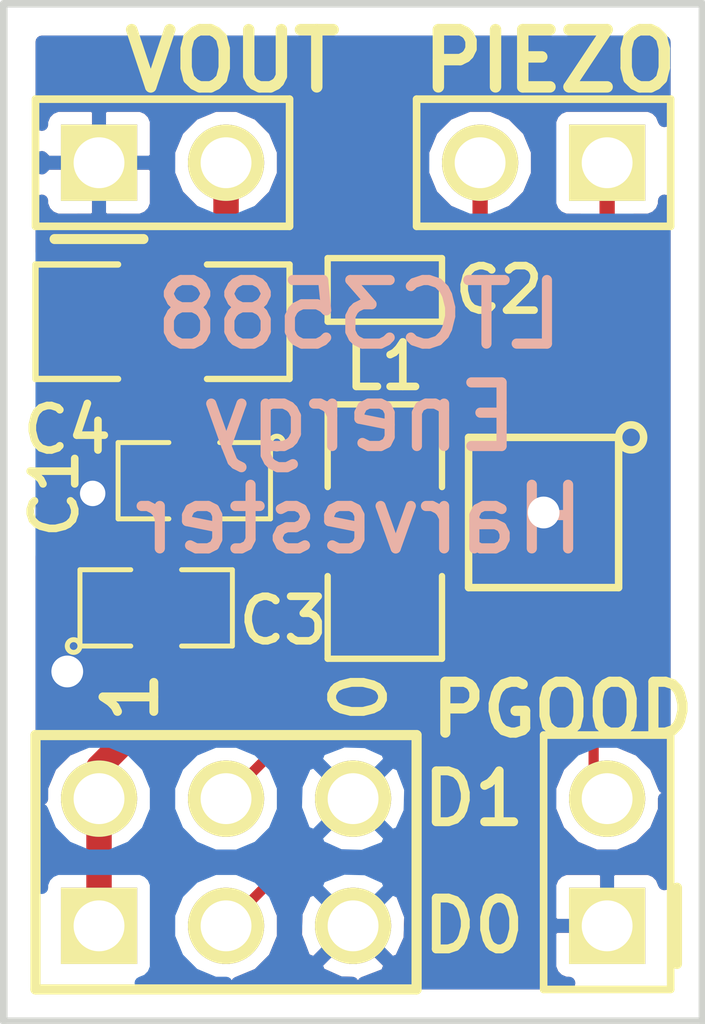
<source format=kicad_pcb>
(kicad_pcb (version 3) (host pcbnew "(2012-nov-02)-testing")

  (general
    (links 22)
    (no_connects 0)
    (area 16.715035 17.069999 45.391288 38.862)
    (thickness 1.6)
    (drawings 14)
    (tracks 60)
    (zones 0)
    (modules 10)
    (nets 12)
  )

  (page A3)
  (layers
    (15 F.Cu signal)
    (0 B.Cu signal)
    (16 B.Adhes user)
    (17 F.Adhes user)
    (18 B.Paste user)
    (19 F.Paste user)
    (20 B.SilkS user)
    (21 F.SilkS user)
    (22 B.Mask user)
    (23 F.Mask user)
    (24 Dwgs.User user)
    (25 Cmts.User user)
    (26 Eco1.User user)
    (27 Eco2.User user)
    (28 Edge.Cuts user)
  )

  (setup
    (last_trace_width 0.3048)
    (user_trace_width 0.2032)
    (user_trace_width 0.254)
    (user_trace_width 0.3048)
    (user_trace_width 0.508)
    (trace_clearance 0.1524)
    (zone_clearance 0.254)
    (zone_45_only no)
    (trace_min 0.1524)
    (segment_width 0.2)
    (edge_width 0.15)
    (via_size 0.889)
    (via_drill 0.635)
    (via_min_size 0.508)
    (via_min_drill 0.381)
    (user_via 0.5334 0.381)
    (user_via 0.6604 0.508)
    (user_via 0.889 0.635)
    (uvia_size 0.508)
    (uvia_drill 0.127)
    (uvias_allowed no)
    (uvia_min_size 0.508)
    (uvia_min_drill 0.127)
    (pcb_text_width 0.3)
    (pcb_text_size 1 1)
    (mod_edge_width 0.15)
    (mod_text_size 1 1)
    (mod_text_width 0.15)
    (pad_size 1.88 1.68)
    (pad_drill 0)
    (pad_to_mask_clearance 0)
    (aux_axis_origin 0 0)
    (visible_elements FFFFFFBF)
    (pcbplotparams
      (layerselection 284196865)
      (usegerberextensions true)
      (excludeedgelayer true)
      (linewidth 152400)
      (plotframeref false)
      (viasonmask false)
      (mode 1)
      (useauxorigin false)
      (hpglpennumber 1)
      (hpglpenspeed 20)
      (hpglpendiameter 15)
      (hpglpenoverlay 2)
      (psnegative false)
      (psa4output false)
      (plotreference true)
      (plotvalue true)
      (plotothertext true)
      (plotinvisibletext false)
      (padsonsilk false)
      (subtractmaskfromsilk false)
      (outputformat 1)
      (mirror false)
      (drillshape 0)
      (scaleselection 1)
      (outputdirectory out))
  )

  (net 0 "")
  (net 1 /D0)
  (net 2 /D1)
  (net 3 /PGOOD)
  (net 4 /PZ1)
  (net 5 /PZ2)
  (net 6 /VIN)
  (net 7 /VIN2)
  (net 8 /VOUT)
  (net 9 GND)
  (net 10 N-000001)
  (net 11 N-000002)

  (net_class Default "This is the default net class."
    (clearance 0.1524)
    (trace_width 0.254)
    (via_dia 0.889)
    (via_drill 0.635)
    (uvia_dia 0.508)
    (uvia_drill 0.127)
    (add_net "")
    (add_net /D0)
    (add_net /D1)
    (add_net /PGOOD)
    (add_net /PZ1)
    (add_net /PZ2)
    (add_net /VIN)
    (add_net /VIN2)
    (add_net /VOUT)
    (add_net GND)
    (add_net N-000001)
    (add_net N-000002)
  )

  (module SM1206 (layer F.Cu) (tedit 511516DD) (tstamp 51151267)
    (at 29.21 27.686 270)
    (path /51150F56)
    (attr smd)
    (fp_text reference L1 (at -3.302 0 360) (layer F.SilkS)
      (effects (font (size 0.889 0.889) (thickness 0.1524)))
    )
    (fp_text value 10uH (at 0 0 270) (layer F.SilkS) hide
      (effects (font (size 0.762 0.762) (thickness 0.127)))
    )
    (fp_line (start -2.54 -1.143) (end -2.54 1.143) (layer F.SilkS) (width 0.127))
    (fp_line (start -2.54 1.143) (end -0.889 1.143) (layer F.SilkS) (width 0.127))
    (fp_line (start 0.889 -1.143) (end 2.54 -1.143) (layer F.SilkS) (width 0.127))
    (fp_line (start 2.54 -1.143) (end 2.54 1.143) (layer F.SilkS) (width 0.127))
    (fp_line (start 2.54 1.143) (end 0.889 1.143) (layer F.SilkS) (width 0.127))
    (fp_line (start -0.889 -1.143) (end -2.54 -1.143) (layer F.SilkS) (width 0.127))
    (pad 1 smd rect (at -1.651 0 270) (size 1.524 2.032)
      (layers F.Cu F.Paste F.Mask)
      (net 10 N-000001)
    )
    (pad 2 smd rect (at 1.651 0 270) (size 1.524 2.032)
      (layers F.Cu F.Paste F.Mask)
      (net 8 /VOUT)
    )
    (model smd/chip_cms.wrl
      (at (xyz 0 0 0))
      (scale (xyz 0.17 0.16 0.16))
      (rotate (xyz 0 0 0))
    )
  )

  (module SM1206 (layer F.Cu) (tedit 511516A6) (tstamp 51151273)
    (at 24.765 23.495 180)
    (path /51150FC2)
    (attr smd)
    (fp_text reference C4 (at 1.905 -2.159 180) (layer F.SilkS)
      (effects (font (size 0.889 0.889) (thickness 0.1524)))
    )
    (fp_text value 47uF (at 0 0 180) (layer F.SilkS) hide
      (effects (font (size 0.762 0.762) (thickness 0.127)))
    )
    (fp_line (start -2.54 -1.143) (end -2.54 1.143) (layer F.SilkS) (width 0.127))
    (fp_line (start -2.54 1.143) (end -0.889 1.143) (layer F.SilkS) (width 0.127))
    (fp_line (start 0.889 -1.143) (end 2.54 -1.143) (layer F.SilkS) (width 0.127))
    (fp_line (start 2.54 -1.143) (end 2.54 1.143) (layer F.SilkS) (width 0.127))
    (fp_line (start 2.54 1.143) (end 0.889 1.143) (layer F.SilkS) (width 0.127))
    (fp_line (start -0.889 -1.143) (end -2.54 -1.143) (layer F.SilkS) (width 0.127))
    (pad 1 smd rect (at -1.651 0 180) (size 1.524 2.032)
      (layers F.Cu F.Paste F.Mask)
      (net 8 /VOUT)
    )
    (pad 2 smd rect (at 1.651 0 180) (size 1.524 2.032)
      (layers F.Cu F.Paste F.Mask)
      (net 9 GND)
    )
    (model smd/chip_cms.wrl
      (at (xyz 0 0 0))
      (scale (xyz 0.17 0.16 0.16))
      (rotate (xyz 0 0 0))
    )
  )

  (module SM0805 (layer F.Cu) (tedit 511516E1) (tstamp 51151280)
    (at 24.638 29.21)
    (path /51150EA3)
    (attr smd)
    (fp_text reference C3 (at 2.54 0.254) (layer F.SilkS)
      (effects (font (size 0.889 0.889) (thickness 0.1524)))
    )
    (fp_text value 4.7uF (at -5.588 -0.508) (layer F.SilkS) hide
      (effects (font (size 0.50038 0.50038) (thickness 0.10922)))
    )
    (fp_circle (center -1.651 0.762) (end -1.651 0.635) (layer F.SilkS) (width 0.09906))
    (fp_line (start -0.508 0.762) (end -1.524 0.762) (layer F.SilkS) (width 0.09906))
    (fp_line (start -1.524 0.762) (end -1.524 -0.762) (layer F.SilkS) (width 0.09906))
    (fp_line (start -1.524 -0.762) (end -0.508 -0.762) (layer F.SilkS) (width 0.09906))
    (fp_line (start 0.508 -0.762) (end 1.524 -0.762) (layer F.SilkS) (width 0.09906))
    (fp_line (start 1.524 -0.762) (end 1.524 0.762) (layer F.SilkS) (width 0.09906))
    (fp_line (start 1.524 0.762) (end 0.508 0.762) (layer F.SilkS) (width 0.09906))
    (pad 1 smd rect (at -0.9525 0) (size 0.889 1.397)
      (layers F.Cu F.Paste F.Mask)
      (net 9 GND)
    )
    (pad 2 smd rect (at 0.9525 0) (size 0.889 1.397)
      (layers F.Cu F.Paste F.Mask)
      (net 7 /VIN2)
    )
    (model smd/chip_cms.wrl
      (at (xyz 0 0 0))
      (scale (xyz 0.1 0.1 0.1))
      (rotate (xyz 0 0 0))
    )
  )

  (module SM0805 (layer F.Cu) (tedit 511516B8) (tstamp 5115128D)
    (at 25.4 26.67 180)
    (path /51150F10)
    (attr smd)
    (fp_text reference C1 (at 2.794 -0.254 270) (layer F.SilkS)
      (effects (font (size 0.889 0.889) (thickness 0.1524)))
    )
    (fp_text value 10uF (at 7.366 0.254 180) (layer F.SilkS) hide
      (effects (font (size 0.50038 0.50038) (thickness 0.10922)))
    )
    (fp_circle (center -1.651 0.762) (end -1.651 0.635) (layer F.SilkS) (width 0.09906))
    (fp_line (start -0.508 0.762) (end -1.524 0.762) (layer F.SilkS) (width 0.09906))
    (fp_line (start -1.524 0.762) (end -1.524 -0.762) (layer F.SilkS) (width 0.09906))
    (fp_line (start -1.524 -0.762) (end -0.508 -0.762) (layer F.SilkS) (width 0.09906))
    (fp_line (start 0.508 -0.762) (end 1.524 -0.762) (layer F.SilkS) (width 0.09906))
    (fp_line (start 1.524 -0.762) (end 1.524 0.762) (layer F.SilkS) (width 0.09906))
    (fp_line (start 1.524 0.762) (end 0.508 0.762) (layer F.SilkS) (width 0.09906))
    (pad 1 smd rect (at -0.9525 0 180) (size 0.889 1.397)
      (layers F.Cu F.Paste F.Mask)
      (net 6 /VIN)
    )
    (pad 2 smd rect (at 0.9525 0 180) (size 0.889 1.397)
      (layers F.Cu F.Paste F.Mask)
      (net 9 GND)
    )
    (model smd/chip_cms.wrl
      (at (xyz 0 0 0))
      (scale (xyz 0.1 0.1 0.1))
      (rotate (xyz 0 0 0))
    )
  )

  (module SM0603 (layer F.Cu) (tedit 51151699) (tstamp 51151297)
    (at 29.21 22.86)
    (path /51150EDF)
    (attr smd)
    (fp_text reference C2 (at 2.286 0) (layer F.SilkS)
      (effects (font (size 0.889 0.889) (thickness 0.1524)))
    )
    (fp_text value 1uF (at 0 0) (layer F.SilkS) hide
      (effects (font (size 0.508 0.4572) (thickness 0.1143)))
    )
    (fp_line (start -1.143 -0.635) (end 1.143 -0.635) (layer F.SilkS) (width 0.127))
    (fp_line (start 1.143 -0.635) (end 1.143 0.635) (layer F.SilkS) (width 0.127))
    (fp_line (start 1.143 0.635) (end -1.143 0.635) (layer F.SilkS) (width 0.127))
    (fp_line (start -1.143 0.635) (end -1.143 -0.635) (layer F.SilkS) (width 0.127))
    (pad 1 smd rect (at -0.762 0) (size 0.635 1.143)
      (layers F.Cu F.Paste F.Mask)
      (net 6 /VIN)
    )
    (pad 2 smd rect (at 0.762 0) (size 0.635 1.143)
      (layers F.Cu F.Paste F.Mask)
      (net 11 N-000002)
    )
    (model smd\resistors\R0603.wrl
      (at (xyz 0 0 0.001))
      (scale (xyz 0.5 0.5 0.5))
      (rotate (xyz 0 0 0))
    )
  )

  (module pin_array_3x2 (layer F.Cu) (tedit 511515EF) (tstamp 511515C4)
    (at 26.035 34.29)
    (descr "Double rangee de contacts 2 x 4 pins")
    (tags CONN)
    (path /51150E2F)
    (fp_text reference P1 (at 15.367 -7.112) (layer F.SilkS) hide
      (effects (font (size 1.016 1.016) (thickness 0.2032)))
    )
    (fp_text value CONN_3X2 (at 0 3.81) (layer F.SilkS) hide
      (effects (font (size 1.016 1.016) (thickness 0.2032)))
    )
    (fp_line (start 3.81 2.54) (end -3.81 2.54) (layer F.SilkS) (width 0.2032))
    (fp_line (start -3.81 -2.54) (end 3.81 -2.54) (layer F.SilkS) (width 0.2032))
    (fp_line (start 3.81 -2.54) (end 3.81 2.54) (layer F.SilkS) (width 0.2032))
    (fp_line (start -3.81 2.54) (end -3.81 -2.54) (layer F.SilkS) (width 0.2032))
    (pad 1 thru_hole rect (at -2.54 1.27) (size 1.524 1.524) (drill 1.016)
      (layers *.Cu *.Mask F.SilkS)
      (net 7 /VIN2)
    )
    (pad 2 thru_hole circle (at -2.54 -1.27) (size 1.524 1.524) (drill 1.016)
      (layers *.Cu *.Mask F.SilkS)
      (net 7 /VIN2)
    )
    (pad 3 thru_hole circle (at 0 1.27) (size 1.524 1.524) (drill 1.016)
      (layers *.Cu *.Mask F.SilkS)
      (net 1 /D0)
    )
    (pad 4 thru_hole circle (at 0 -1.27) (size 1.524 1.524) (drill 1.016)
      (layers *.Cu *.Mask F.SilkS)
      (net 2 /D1)
    )
    (pad 5 thru_hole circle (at 2.54 1.27) (size 1.524 1.524) (drill 1.016)
      (layers *.Cu *.Mask F.SilkS)
      (net 9 GND)
    )
    (pad 6 thru_hole circle (at 2.54 -1.27) (size 1.524 1.524) (drill 1.016)
      (layers *.Cu *.Mask F.SilkS)
      (net 9 GND)
    )
    (model pin_array/pins_array_3x2.wrl
      (at (xyz 0 0 0))
      (scale (xyz 1 1 1))
      (rotate (xyz 0 0 0))
    )
  )

  (module PIN_ARRAY_2X1 (layer F.Cu) (tedit 511513AB) (tstamp 511512AF)
    (at 32.385 20.32 180)
    (descr "Connecteurs 2 pins")
    (tags "CONN DEV")
    (path /51150DE8)
    (fp_text reference P2 (at -7.62 -1.905 180) (layer F.SilkS) hide
      (effects (font (size 0.762 0.762) (thickness 0.1524)))
    )
    (fp_text value CONN_2 (at 0 -1.905 180) (layer F.SilkS) hide
      (effects (font (size 0.762 0.762) (thickness 0.1524)))
    )
    (fp_line (start -2.54 1.27) (end -2.54 -1.27) (layer F.SilkS) (width 0.1524))
    (fp_line (start -2.54 -1.27) (end 2.54 -1.27) (layer F.SilkS) (width 0.1524))
    (fp_line (start 2.54 -1.27) (end 2.54 1.27) (layer F.SilkS) (width 0.1524))
    (fp_line (start 2.54 1.27) (end -2.54 1.27) (layer F.SilkS) (width 0.1524))
    (pad 1 thru_hole rect (at -1.27 0 180) (size 1.524 1.524) (drill 1.016)
      (layers *.Cu *.Mask F.SilkS)
      (net 4 /PZ1)
    )
    (pad 2 thru_hole circle (at 1.27 0 180) (size 1.524 1.524) (drill 1.016)
      (layers *.Cu *.Mask F.SilkS)
      (net 5 /PZ2)
    )
    (model pin_array/pins_array_2x1.wrl
      (at (xyz 0 0 0))
      (scale (xyz 1 1 1))
      (rotate (xyz 0 0 0))
    )
  )

  (module PIN_ARRAY_2X1 (layer F.Cu) (tedit 511513AF) (tstamp 511512B9)
    (at 24.765 20.32)
    (descr "Connecteurs 2 pins")
    (tags "CONN DEV")
    (path /51151018)
    (fp_text reference P3 (at 15.24 0) (layer F.SilkS) hide
      (effects (font (size 0.762 0.762) (thickness 0.1524)))
    )
    (fp_text value CONN_2 (at 0 -1.905) (layer F.SilkS) hide
      (effects (font (size 0.762 0.762) (thickness 0.1524)))
    )
    (fp_line (start -2.54 1.27) (end -2.54 -1.27) (layer F.SilkS) (width 0.1524))
    (fp_line (start -2.54 -1.27) (end 2.54 -1.27) (layer F.SilkS) (width 0.1524))
    (fp_line (start 2.54 -1.27) (end 2.54 1.27) (layer F.SilkS) (width 0.1524))
    (fp_line (start 2.54 1.27) (end -2.54 1.27) (layer F.SilkS) (width 0.1524))
    (pad 1 thru_hole rect (at -1.27 0) (size 1.524 1.524) (drill 1.016)
      (layers *.Cu *.Mask F.SilkS)
      (net 9 GND)
    )
    (pad 2 thru_hole circle (at 1.27 0) (size 1.524 1.524) (drill 1.016)
      (layers *.Cu *.Mask F.SilkS)
      (net 8 /VOUT)
    )
    (model pin_array/pins_array_2x1.wrl
      (at (xyz 0 0 0))
      (scale (xyz 1 1 1))
      (rotate (xyz 0 0 0))
    )
  )

  (module MSOP-10-PAD (layer F.Cu) (tedit 5115137E) (tstamp 511512CD)
    (at 32.385 27.305 180)
    (path /51150DCF)
    (fp_text reference IC1 (at 0 -3.5 180) (layer F.SilkS) hide
      (effects (font (size 1 1) (thickness 0.15)))
    )
    (fp_text value LTC3588 (at -8.89 3.175 180) (layer F.SilkS) hide
      (effects (font (size 1 1) (thickness 0.15)))
    )
    (fp_circle (center -1.75 1.5) (end -1.5 1.5) (layer F.SilkS) (width 0.15))
    (fp_line (start 1.5 -1.5) (end 1.5 1.5) (layer F.SilkS) (width 0.15))
    (fp_line (start 1.5 1.5) (end -1.5 1.5) (layer F.SilkS) (width 0.15))
    (fp_line (start -1.5 1.5) (end -1.5 -1.5) (layer F.SilkS) (width 0.15))
    (fp_line (start -1.5 -1.5) (end 1.5 -1.5) (layer F.SilkS) (width 0.15))
    (pad 1 smd rect (at -1 2.0445 180) (size 0.305 0.889)
      (layers F.Cu F.Paste F.Mask)
      (net 4 /PZ1)
      (clearance 0.1)
    )
    (pad 2 smd rect (at -0.5 2.0445 180) (size 0.305 0.889)
      (layers F.Cu F.Paste F.Mask)
      (net 5 /PZ2)
      (clearance 0.1)
    )
    (pad 3 smd rect (at 0 2.0445 180) (size 0.305 0.889)
      (layers F.Cu F.Paste F.Mask)
      (net 11 N-000002)
      (clearance 0.1)
    )
    (pad 4 smd rect (at 0.5 2.0445 180) (size 0.305 0.889)
      (layers F.Cu F.Paste F.Mask)
      (net 6 /VIN)
      (clearance 0.1)
    )
    (pad 5 smd rect (at 1 2.0445 180) (size 0.305 0.889)
      (layers F.Cu F.Paste F.Mask)
      (net 10 N-000001)
      (clearance 0.1)
    )
    (pad 6 smd rect (at 1 -2.0445 180) (size 0.305 0.889)
      (layers F.Cu F.Paste F.Mask)
      (net 8 /VOUT)
      (clearance 0.1)
    )
    (pad 7 smd rect (at 0.5 -2.0445 180) (size 0.305 0.889)
      (layers F.Cu F.Paste F.Mask)
      (net 7 /VIN2)
      (clearance 0.1)
    )
    (pad 8 smd rect (at 0 -2.0445 180) (size 0.305 0.889)
      (layers F.Cu F.Paste F.Mask)
      (net 2 /D1)
      (clearance 0.1)
    )
    (pad 9 smd rect (at -0.5 -2.0445 180) (size 0.305 0.889)
      (layers F.Cu F.Paste F.Mask)
      (net 1 /D0)
      (clearance 0.1)
    )
    (pad 10 smd rect (at -1 -2.0445 180) (size 0.305 0.889)
      (layers F.Cu F.Paste F.Mask)
      (net 3 /PGOOD)
      (clearance 0.1)
    )
    (pad 11 smd rect (at 0 0 180) (size 1.88 1.68)
      (layers F.Cu F.Paste F.Mask)
      (net 9 GND)
    )
  )

  (module PIN_ARRAY_2X1 (layer F.Cu) (tedit 511515EB) (tstamp 511514CD)
    (at 33.655 34.29 90)
    (descr "Connecteurs 2 pins")
    (tags "CONN DEV")
    (path /5115149E)
    (fp_text reference P4 (at 3.048 6.223 90) (layer F.SilkS) hide
      (effects (font (size 0.762 0.762) (thickness 0.1524)))
    )
    (fp_text value CONN_2 (at 0 -1.905 90) (layer F.SilkS) hide
      (effects (font (size 0.762 0.762) (thickness 0.1524)))
    )
    (fp_line (start -2.54 1.27) (end -2.54 -1.27) (layer F.SilkS) (width 0.1524))
    (fp_line (start -2.54 -1.27) (end 2.54 -1.27) (layer F.SilkS) (width 0.1524))
    (fp_line (start 2.54 -1.27) (end 2.54 1.27) (layer F.SilkS) (width 0.1524))
    (fp_line (start 2.54 1.27) (end -2.54 1.27) (layer F.SilkS) (width 0.1524))
    (pad 1 thru_hole rect (at -1.27 0 90) (size 1.524 1.524) (drill 1.016)
      (layers *.Cu *.Mask F.SilkS)
      (net 9 GND)
    )
    (pad 2 thru_hole circle (at 1.27 0 90) (size 1.524 1.524) (drill 1.016)
      (layers *.Cu *.Mask F.SilkS)
      (net 3 /PGOOD)
    )
    (model pin_array/pins_array_2x1.wrl
      (at (xyz 0 0 0))
      (scale (xyz 1 1 1))
      (rotate (xyz 0 0 0))
    )
  )

  (gr_text "LTC3588\nEnergy\nHarvester" (at 28.702 25.4) (layer B.SilkS)
    (effects (font (size 1.27 1.27) (thickness 0.2032)) (justify mirror))
  )
  (gr_text 1 (at 24.13 30.988 90) (layer F.SilkS)
    (effects (font (size 1.016 1.016) (thickness 0.1778)))
  )
  (gr_text 0 (at 28.702 30.988 90) (layer F.SilkS)
    (effects (font (size 1.016 1.016) (thickness 0.1778)))
  )
  (gr_line (start 35.052 34.798) (end 35.052 36.322) (angle 90) (layer F.SilkS) (width 0.2))
  (gr_text D0 (at 30.988 35.56) (layer F.SilkS)
    (effects (font (size 1.016 1.016) (thickness 0.1778)))
  )
  (gr_text D1 (at 30.988 33.02) (layer F.SilkS)
    (effects (font (size 1.016 1.016) (thickness 0.1778)))
  )
  (gr_text PGOOD (at 32.766 31.242) (layer F.SilkS)
    (effects (font (size 1.016 1.016) (thickness 0.2032)))
  )
  (gr_text VOUT (at 26.162 18.288) (layer F.SilkS)
    (effects (font (size 1.143 1.143) (thickness 0.2286)))
  )
  (gr_line (start 22.606 21.844) (end 24.384 21.844) (angle 90) (layer F.SilkS) (width 0.2))
  (gr_text PIEZO (at 32.512 18.288) (layer F.SilkS)
    (effects (font (size 1.143 1.143) (thickness 0.2286)))
  )
  (gr_line (start 21.59 17.145) (end 35.56 17.145) (angle 90) (layer Edge.Cuts) (width 0.15))
  (gr_line (start 21.59 37.465) (end 21.59 17.145) (angle 90) (layer Edge.Cuts) (width 0.15))
  (gr_line (start 35.56 37.465) (end 21.59 37.465) (angle 90) (layer Edge.Cuts) (width 0.15))
  (gr_line (start 35.56 17.145) (end 35.56 37.465) (angle 90) (layer Edge.Cuts) (width 0.15))

  (segment (start 32.885 29.3495) (end 32.885 30.869) (width 0.2032) (layer F.Cu) (net 1))
  (segment (start 27.305 34.29) (end 26.035 35.56) (width 0.2032) (layer F.Cu) (net 1) (tstamp 51151508))
  (segment (start 29.464 34.29) (end 27.305 34.29) (width 0.2032) (layer F.Cu) (net 1) (tstamp 51151506))
  (segment (start 32.885 30.869) (end 29.464 34.29) (width 0.2032) (layer F.Cu) (net 1) (tstamp 51151504))
  (segment (start 26.035 33.02) (end 27.305 31.75) (width 0.2032) (layer F.Cu) (net 2))
  (segment (start 32.385 30.48) (end 32.385 29.3495) (width 0.2032) (layer F.Cu) (net 2) (tstamp 511514F6))
  (segment (start 31.115 31.75) (end 32.385 30.48) (width 0.2032) (layer F.Cu) (net 2) (tstamp 511514F5))
  (segment (start 27.305 31.75) (end 31.115 31.75) (width 0.2032) (layer F.Cu) (net 2) (tstamp 511514F4))
  (segment (start 33.385 29.3495) (end 33.385 32.75) (width 0.2032) (layer F.Cu) (net 3))
  (segment (start 33.385 32.75) (end 33.655 33.02) (width 0.2032) (layer F.Cu) (net 3) (tstamp 51151501))
  (segment (start 33.385 25.2605) (end 33.385 25.035) (width 0.3048) (layer F.Cu) (net 4))
  (segment (start 33.655 24.765) (end 33.655 20.32) (width 0.3048) (layer F.Cu) (net 4) (tstamp 51151601))
  (segment (start 33.385 25.035) (end 33.655 24.765) (width 0.3048) (layer F.Cu) (net 4) (tstamp 51151600))
  (segment (start 32.885 25.2605) (end 32.885 23.36) (width 0.3048) (layer F.Cu) (net 5))
  (segment (start 31.115 21.59) (end 31.115 20.32) (width 0.3048) (layer F.Cu) (net 5) (tstamp 5115160B))
  (segment (start 32.885 23.36) (end 31.115 21.59) (width 0.3048) (layer F.Cu) (net 5) (tstamp 5115160A))
  (segment (start 28.448 24.384) (end 28.194 24.384) (width 0.3048) (layer F.Cu) (net 6))
  (segment (start 26.3525 26.2255) (end 26.3525 26.67) (width 0.3048) (layer F.Cu) (net 6) (tstamp 5115153B))
  (segment (start 28.194 24.384) (end 26.3525 26.2255) (width 0.3048) (layer F.Cu) (net 6) (tstamp 5115153A))
  (segment (start 28.448 24.384) (end 31.75 24.384) (width 0.3048) (layer F.Cu) (net 6))
  (segment (start 31.885 24.519) (end 31.885 25.2605) (width 0.3048) (layer F.Cu) (net 6) (tstamp 51151650))
  (segment (start 31.75 24.384) (end 31.885 24.519) (width 0.3048) (layer F.Cu) (net 6) (tstamp 5115164F))
  (segment (start 26.3525 26.67) (end 26.3525 26.4795) (width 0.3048) (layer F.Cu) (net 6))
  (segment (start 28.448 24.384) (end 28.448 22.86) (width 0.3048) (layer F.Cu) (net 6) (tstamp 5115164B))
  (segment (start 31.885 29.3495) (end 31.885 30.091) (width 0.254) (layer F.Cu) (net 7))
  (segment (start 25.5905 29.4005) (end 27.178 30.988) (width 0.3048) (layer F.Cu) (net 7) (tstamp 51151542))
  (segment (start 27.178 30.988) (end 30.988 30.988) (width 0.3048) (layer F.Cu) (net 7) (tstamp 51151546))
  (segment (start 30.988 30.988) (end 31.496 30.48) (width 0.3048) (layer F.Cu) (net 7) (tstamp 51151549))
  (segment (start 25.5905 29.4005) (end 25.5905 29.21) (width 0.3048) (layer F.Cu) (net 7))
  (segment (start 31.885 30.091) (end 31.496 30.48) (width 0.254) (layer F.Cu) (net 7) (tstamp 51151558))
  (segment (start 25.5905 29.21) (end 25.5905 30.2895) (width 0.508) (layer F.Cu) (net 7))
  (segment (start 23.495 32.385) (end 23.495 33.02) (width 0.508) (layer F.Cu) (net 7) (tstamp 51151528))
  (segment (start 25.5905 30.2895) (end 23.495 32.385) (width 0.508) (layer F.Cu) (net 7) (tstamp 51151527))
  (segment (start 23.495 35.56) (end 23.495 33.02) (width 0.508) (layer F.Cu) (net 7))
  (segment (start 29.21 29.337) (end 28.575 29.337) (width 0.3048) (layer F.Cu) (net 8))
  (segment (start 24.765 25.146) (end 26.416 23.495) (width 0.3048) (layer F.Cu) (net 8) (tstamp 5115159E))
  (segment (start 22.86 25.146) (end 24.765 25.146) (width 0.3048) (layer F.Cu) (net 8) (tstamp 5115159C))
  (segment (start 22.606 25.4) (end 22.86 25.146) (width 0.3048) (layer F.Cu) (net 8) (tstamp 5115159A))
  (segment (start 22.606 27.686) (end 22.606 25.4) (width 0.3048) (layer F.Cu) (net 8) (tstamp 51151599))
  (segment (start 22.86 27.94) (end 22.606 27.686) (width 0.3048) (layer F.Cu) (net 8) (tstamp 51151598))
  (segment (start 27.178 27.94) (end 22.86 27.94) (width 0.3048) (layer F.Cu) (net 8) (tstamp 51151594))
  (segment (start 28.575 29.337) (end 27.178 27.94) (width 0.3048) (layer F.Cu) (net 8) (tstamp 51151593))
  (segment (start 31.385 29.3495) (end 29.2225 29.3495) (width 0.3048) (layer F.Cu) (net 8))
  (segment (start 29.2225 29.3495) (end 29.21 29.337) (width 0.3048) (layer F.Cu) (net 8) (tstamp 51151560))
  (segment (start 26.035 20.32) (end 26.035 23.114) (width 0.508) (layer F.Cu) (net 8))
  (segment (start 26.035 23.114) (end 26.416 23.495) (width 0.508) (layer F.Cu) (net 8) (tstamp 51151656))
  (via (at 32.385 27.305) (size 0.889) (layers F.Cu B.Cu) (net 9))
  (segment (start 32.512 27.178) (end 32.512 27.432) (width 0.3048) (layer B.Cu) (net 9) (tstamp 511515CE))
  (segment (start 32.512 27.432) (end 32.385 27.305) (width 0.3048) (layer B.Cu) (net 9) (tstamp 511515CD))
  (segment (start 23.6855 29.21) (end 23.6855 29.6545) (width 0.3048) (layer F.Cu) (net 9))
  (via (at 22.86 30.48) (size 0.889) (layers F.Cu B.Cu) (net 9))
  (segment (start 23.6855 29.6545) (end 22.86 30.48) (width 0.3048) (layer F.Cu) (net 9) (tstamp 51151587))
  (segment (start 24.4475 26.67) (end 23.622 26.67) (width 0.3048) (layer F.Cu) (net 9))
  (via (at 23.368 26.924) (size 0.6604) (drill 0.508) (layers F.Cu B.Cu) (net 9))
  (segment (start 23.622 26.67) (end 23.368 26.924) (width 0.3048) (layer F.Cu) (net 9) (tstamp 51151580))
  (segment (start 31.385 25.2605) (end 29.9845 25.2605) (width 0.3048) (layer F.Cu) (net 10))
  (segment (start 29.9845 25.2605) (end 29.21 26.035) (width 0.3048) (layer F.Cu) (net 10) (tstamp 5115153F))
  (segment (start 29.972 22.86) (end 31.242 22.86) (width 0.3048) (layer F.Cu) (net 11))
  (segment (start 32.385 24.003) (end 32.385 25.2605) (width 0.3048) (layer F.Cu) (net 11) (tstamp 51151647))
  (segment (start 31.242 22.86) (end 32.385 24.003) (width 0.3048) (layer F.Cu) (net 11) (tstamp 51151646))

  (zone (net 9) (net_name GND) (layer F.Cu) (tstamp 511515FB) (hatch edge 0.508)
    (connect_pads (clearance 0.254))
    (min_thickness 0.254)
    (fill (arc_segments 16) (thermal_gap 0.254) (thermal_bridge_width 0.2794))
    (polygon
      (pts
        (xy 34.925 36.83) (xy 22.225 36.83) (xy 22.225 17.78) (xy 34.925 17.78)
      )
    )
    (filled_polygon
      (pts
        (xy 24.840361 30.141613) (xy 24.511066 30.470908) (xy 24.511066 29.833047) (xy 24.511 29.31795) (xy 24.41575 29.2227)
        (xy 23.6982 29.2227) (xy 23.6982 30.19425) (xy 23.79345 30.2895) (xy 24.205453 30.289566) (xy 24.345537 30.231684)
        (xy 24.452808 30.124601) (xy 24.510934 29.984618) (xy 24.511066 29.833047) (xy 24.511066 30.470908) (xy 23.6728 31.309174)
        (xy 23.6728 30.19425) (xy 23.6728 29.2227) (xy 22.95525 29.2227) (xy 22.86 29.31795) (xy 22.859934 29.833047)
        (xy 22.860066 29.984618) (xy 22.918192 30.124601) (xy 23.025463 30.231684) (xy 23.165547 30.289566) (xy 23.57755 30.2895)
        (xy 23.6728 30.19425) (xy 23.6728 31.309174) (xy 23.045987 31.935987) (xy 23.015698 31.981316) (xy 22.848389 32.050447)
        (xy 22.526577 32.371698) (xy 22.3522 32.791646) (xy 22.352 33.02072) (xy 22.352 28.186342) (xy 22.482829 28.317171)
        (xy 22.655876 28.432797) (xy 22.655877 28.432797) (xy 22.86 28.4734) (xy 22.860032 28.4734) (xy 22.859934 28.586953)
        (xy 22.86 29.10205) (xy 22.95525 29.1973) (xy 23.5458 29.1973) (xy 23.6728 29.1973) (xy 23.6982 29.1973)
        (xy 23.8252 29.1973) (xy 24.41575 29.1973) (xy 24.511 29.10205) (xy 24.511066 28.586953) (xy 24.510967 28.4734)
        (xy 24.765032 28.4734) (xy 24.764934 28.586953) (xy 24.764934 29.983953) (xy 24.822816 30.124037) (xy 24.840361 30.141613)
      )
    )
    (filled_polygon
      (pts
        (xy 26.931592 24.892066) (xy 26.233224 25.590434) (xy 25.832547 25.590434) (xy 25.692463 25.648316) (xy 25.585192 25.755399)
        (xy 25.527066 25.895382) (xy 25.526934 26.046953) (xy 25.526934 27.4066) (xy 25.272967 27.4066) (xy 25.273066 27.293047)
        (xy 25.273 26.77795) (xy 25.17775 26.6827) (xy 24.5872 26.6827) (xy 24.4602 26.6827) (xy 24.4348 26.6827)
        (xy 24.3078 26.6827) (xy 23.71725 26.6827) (xy 23.622 26.77795) (xy 23.621934 27.293047) (xy 23.622032 27.4066)
        (xy 23.1394 27.4066) (xy 23.1394 25.6794) (xy 23.756324 25.6794) (xy 23.680192 25.755399) (xy 23.622066 25.895382)
        (xy 23.621934 26.046953) (xy 23.622 26.56205) (xy 23.71725 26.6573) (xy 24.3078 26.6573) (xy 24.4348 26.6573)
        (xy 24.4602 26.6573) (xy 24.5872 26.6573) (xy 25.17775 26.6573) (xy 25.273 26.56205) (xy 25.273066 26.046953)
        (xy 25.272934 25.895382) (xy 25.214808 25.755399) (xy 25.107537 25.648316) (xy 25.013208 25.60934) (xy 25.142171 25.523171)
        (xy 25.773275 24.892066) (xy 26.931592 24.892066)
      )
    )
    (filled_polygon
      (pts
        (xy 28.59296 33.02) (xy 28.575 33.03796) (xy 28.55704 33.02) (xy 28.575 33.00204) (xy 28.59296 33.02)
      )
    )
    (filled_polygon
      (pts
        (xy 34.798 19.482387) (xy 34.740184 19.342463) (xy 34.633101 19.235192) (xy 34.493118 19.177066) (xy 34.341547 19.176934)
        (xy 32.817547 19.176934) (xy 32.677463 19.234816) (xy 32.570192 19.341899) (xy 32.512066 19.481882) (xy 32.511934 19.633453)
        (xy 32.511934 21.157453) (xy 32.569816 21.297537) (xy 32.676899 21.404808) (xy 32.816882 21.462934) (xy 32.968453 21.463066)
        (xy 33.1216 21.463066) (xy 33.1216 22.842258) (xy 31.6484 21.369058) (xy 31.6484 21.33633) (xy 31.761611 21.289553)
        (xy 32.083423 20.968302) (xy 32.2578 20.548354) (xy 32.258197 20.093641) (xy 32.084553 19.673389) (xy 31.763302 19.351577)
        (xy 31.343354 19.1772) (xy 30.888641 19.176803) (xy 30.468389 19.350447) (xy 30.146577 19.671698) (xy 29.9722 20.091646)
        (xy 29.971803 20.546359) (xy 30.145447 20.966611) (xy 30.466698 21.288423) (xy 30.5816 21.336134) (xy 30.5816 21.59)
        (xy 30.622203 21.794123) (xy 30.737829 21.967171) (xy 31.097258 22.3266) (xy 30.670566 22.3266) (xy 30.670566 22.213047)
        (xy 30.612684 22.072963) (xy 30.505601 21.965692) (xy 30.365618 21.907566) (xy 30.214047 21.907434) (xy 29.579047 21.907434)
        (xy 29.438963 21.965316) (xy 29.331692 22.072399) (xy 29.273566 22.212382) (xy 29.273434 22.363953) (xy 29.273434 23.506953)
        (xy 29.331316 23.647037) (xy 29.438399 23.754308) (xy 29.578382 23.812434) (xy 29.729953 23.812566) (xy 30.364953 23.812566)
        (xy 30.505037 23.754684) (xy 30.612308 23.647601) (xy 30.670434 23.507618) (xy 30.670533 23.3934) (xy 31.021058 23.3934)
        (xy 31.478258 23.8506) (xy 28.9814 23.8506) (xy 28.9814 23.754321) (xy 29.088308 23.647601) (xy 29.146434 23.507618)
        (xy 29.146566 23.356047) (xy 29.146566 22.213047) (xy 29.088684 22.072963) (xy 28.981601 21.965692) (xy 28.841618 21.907566)
        (xy 28.690047 21.907434) (xy 28.055047 21.907434) (xy 27.914963 21.965316) (xy 27.807692 22.072399) (xy 27.749566 22.212382)
        (xy 27.749434 22.363953) (xy 27.749434 23.506953) (xy 27.807316 23.647037) (xy 27.914399 23.754308) (xy 27.9146 23.754391)
        (xy 27.9146 23.9415) (xy 27.816829 24.006829) (xy 27.559066 24.264592) (xy 27.559066 22.403547) (xy 27.501184 22.263463)
        (xy 27.394101 22.156192) (xy 27.254118 22.098066) (xy 27.102547 22.097934) (xy 26.67 22.097934) (xy 26.67 21.29435)
        (xy 26.681611 21.289553) (xy 27.003423 20.968302) (xy 27.1778 20.548354) (xy 27.178197 20.093641) (xy 27.004553 19.673389)
        (xy 26.683302 19.351577) (xy 26.263354 19.1772) (xy 25.808641 19.176803) (xy 25.388389 19.350447) (xy 25.066577 19.671698)
        (xy 24.8922 20.091646) (xy 24.891803 20.546359) (xy 25.065447 20.966611) (xy 25.386698 21.288423) (xy 25.4 21.293946)
        (xy 25.4 22.194211) (xy 25.331192 22.262899) (xy 25.273066 22.402882) (xy 25.272934 22.554453) (xy 25.272934 23.883724)
        (xy 24.638066 24.518592) (xy 24.638066 21.006547) (xy 24.638066 19.633453) (xy 24.637934 19.481882) (xy 24.579808 19.341899)
        (xy 24.472537 19.234816) (xy 24.332453 19.176934) (xy 23.60295 19.177) (xy 23.5077 19.27225) (xy 23.5077 20.3073)
        (xy 24.54275 20.3073) (xy 24.638 20.21205) (xy 24.638066 19.633453) (xy 24.638066 21.006547) (xy 24.638 20.42795)
        (xy 24.54275 20.3327) (xy 23.5077 20.3327) (xy 23.5077 21.36775) (xy 23.60295 21.463) (xy 24.332453 21.463066)
        (xy 24.472537 21.405184) (xy 24.579808 21.298101) (xy 24.637934 21.158118) (xy 24.638066 21.006547) (xy 24.638066 24.518592)
        (xy 24.544058 24.6126) (xy 24.246352 24.6126) (xy 24.256934 24.587118) (xy 24.257066 24.435547) (xy 24.257066 22.554453)
        (xy 24.256934 22.402882) (xy 24.198808 22.262899) (xy 24.091537 22.155816) (xy 23.951453 22.097934) (xy 23.22195 22.098)
        (xy 23.1267 22.19325) (xy 23.1267 23.4823) (xy 24.16175 23.4823) (xy 24.257 23.38705) (xy 24.257066 22.554453)
        (xy 24.257066 24.435547) (xy 24.257 23.60295) (xy 24.16175 23.5077) (xy 23.2537 23.5077) (xy 23.1267 23.5077)
        (xy 23.1013 23.5077) (xy 23.1013 23.4823) (xy 23.1013 23.3553) (xy 23.1013 22.19325) (xy 23.00605 22.098)
        (xy 22.352 22.09794) (xy 22.352 21.082332) (xy 22.352066 21.158118) (xy 22.410192 21.298101) (xy 22.517463 21.405184)
        (xy 22.657547 21.463066) (xy 23.38705 21.463) (xy 23.4823 21.36775) (xy 23.4823 20.3327) (xy 22.44725 20.3327)
        (xy 22.352 20.42795) (xy 22.352 20.21205) (xy 22.44725 20.3073) (xy 23.4823 20.3073) (xy 23.4823 19.27225)
        (xy 23.38705 19.177) (xy 22.657547 19.176934) (xy 22.517463 19.234816) (xy 22.410192 19.341899) (xy 22.352066 19.481882)
        (xy 22.352 19.557667) (xy 22.352 17.907) (xy 34.798 17.907) (xy 34.798 19.482387)
      )
    )
    (filled_polygon
      (pts
        (xy 34.798 32.793164) (xy 34.624553 32.373389) (xy 34.303302 32.051577) (xy 33.883354 31.8772) (xy 33.8676 31.877186)
        (xy 33.8676 29.992539) (xy 33.918434 29.870118) (xy 33.918566 29.718547) (xy 33.918566 28.829547) (xy 33.860684 28.689463)
        (xy 33.753601 28.582192) (xy 33.613618 28.524066) (xy 33.462047 28.523934) (xy 33.405612 28.523934) (xy 33.540537 28.468184)
        (xy 33.647808 28.361101) (xy 33.705934 28.221118) (xy 33.706066 28.069547) (xy 33.706 27.41295) (xy 33.61075 27.3177)
        (xy 32.5247 27.3177) (xy 32.3977 27.3177) (xy 32.3723 27.3177) (xy 32.2453 27.3177) (xy 31.15925 27.3177)
        (xy 31.064 27.41295) (xy 31.063934 28.069547) (xy 31.064066 28.221118) (xy 31.122192 28.361101) (xy 31.229463 28.468184)
        (xy 31.364387 28.523934) (xy 31.157047 28.523934) (xy 31.016963 28.581816) (xy 30.909692 28.688899) (xy 30.856873 28.8161)
        (xy 30.607066 28.8161) (xy 30.607066 28.499547) (xy 30.549184 28.359463) (xy 30.442101 28.252192) (xy 30.302118 28.194066)
        (xy 30.150547 28.193934) (xy 28.186276 28.193934) (xy 27.555171 27.562829) (xy 27.382123 27.447203) (xy 27.178 27.4066)
        (xy 27.177967 27.4066) (xy 27.178066 27.293047) (xy 27.178066 26.154276) (xy 27.812934 25.519408) (xy 27.812934 26.872453)
        (xy 27.870816 27.012537) (xy 27.977899 27.119808) (xy 28.117882 27.177934) (xy 28.269453 27.178066) (xy 30.301453 27.178066)
        (xy 30.441537 27.120184) (xy 30.548808 27.013101) (xy 30.606934 26.873118) (xy 30.607066 26.721547) (xy 30.607066 25.7939)
        (xy 30.85699 25.7939) (xy 30.909316 25.920537) (xy 31.016399 26.027808) (xy 31.156382 26.085934) (xy 31.307953 26.086066)
        (xy 31.364387 26.086066) (xy 31.229463 26.141816) (xy 31.122192 26.248899) (xy 31.064066 26.388882) (xy 31.063934 26.540453)
        (xy 31.064 27.19705) (xy 31.15925 27.2923) (xy 32.2453 27.2923) (xy 32.3723 27.2923) (xy 32.3977 27.2923)
        (xy 32.5247 27.2923) (xy 33.61075 27.2923) (xy 33.706 27.19705) (xy 33.706066 26.540453) (xy 33.705934 26.388882)
        (xy 33.647808 26.248899) (xy 33.540537 26.141816) (xy 33.405612 26.086066) (xy 33.612953 26.086066) (xy 33.753037 26.028184)
        (xy 33.860308 25.921101) (xy 33.918434 25.781118) (xy 33.918566 25.629547) (xy 33.918566 25.255775) (xy 34.032167 25.142173)
        (xy 34.03217 25.142171) (xy 34.032171 25.142171) (xy 34.147796 24.969124) (xy 34.147797 24.969123) (xy 34.1884 24.765)
        (xy 34.1884 21.463066) (xy 34.492453 21.463066) (xy 34.632537 21.405184) (xy 34.739808 21.298101) (xy 34.797934 21.158118)
        (xy 34.798 21.082332) (xy 34.798 32.793164)
      )
    )
    (filled_polygon
      (pts
        (xy 34.798 34.722387) (xy 34.740184 34.582463) (xy 34.633101 34.475192) (xy 34.493118 34.417066) (xy 34.341547 34.416934)
        (xy 33.76295 34.417) (xy 33.6677 34.51225) (xy 33.6677 35.4203) (xy 33.6677 35.5473) (xy 33.6677 35.5727)
        (xy 33.6423 35.5727) (xy 33.6423 35.5473) (xy 33.6423 34.51225) (xy 33.54705 34.417) (xy 32.968453 34.416934)
        (xy 32.816882 34.417066) (xy 32.676899 34.475192) (xy 32.569816 34.582463) (xy 32.511934 34.722547) (xy 32.512 35.45205)
        (xy 32.60725 35.5473) (xy 33.6423 35.5473) (xy 33.6423 35.5727) (xy 33.5153 35.5727) (xy 32.60725 35.5727)
        (xy 32.512 35.66795) (xy 32.511934 36.397453) (xy 32.569816 36.537537) (xy 32.676899 36.644808) (xy 32.816882 36.702934)
        (xy 32.892667 36.703) (xy 29.723987 36.703) (xy 28.785539 36.703) (xy 29.194707 36.546964) (xy 29.249685 36.51023)
        (xy 29.322671 36.325631) (xy 28.575 35.577961) (xy 28.557039 35.595921) (xy 27.827329 36.325631) (xy 27.900315 36.51023)
        (xy 28.31531 36.696088) (xy 28.558872 36.703) (xy 26.261835 36.703) (xy 26.681611 36.529553) (xy 27.003423 36.208302)
        (xy 27.1778 35.788354) (xy 27.178197 35.333641) (xy 27.10968 35.167819) (xy 27.5049 34.7726) (xy 27.717806 34.7726)
        (xy 27.65392 34.836486) (xy 27.680653 34.863219) (xy 27.62477 34.885315) (xy 27.438912 35.30031) (xy 27.426013 35.75484)
        (xy 27.588036 36.179707) (xy 27.62477 36.234685) (xy 27.809369 36.307671) (xy 28.467236 35.649802) (xy 28.467237 35.649803)
        (xy 28.557039 35.560001) (xy 28.557039 35.56) (xy 28.575 35.54204) (xy 28.682763 35.649803) (xy 29.340631 36.307671)
        (xy 29.52523 36.234685) (xy 29.711088 35.81969) (xy 29.723987 35.36516) (xy 29.561964 34.940293) (xy 29.52523 34.885315)
        (xy 29.469346 34.863219) (xy 29.49608 34.836486) (xy 29.432194 34.7726) (xy 29.464 34.7726) (xy 29.648683 34.735864)
        (xy 29.80525 34.63125) (xy 32.9024 31.534099) (xy 32.9024 32.156251) (xy 32.686577 32.371698) (xy 32.5122 32.791646)
        (xy 32.511803 33.246359) (xy 32.685447 33.666611) (xy 33.006698 33.988423) (xy 33.426646 34.1628) (xy 33.881359 34.163197)
        (xy 34.301611 33.989553) (xy 34.623423 33.668302) (xy 34.7978 33.248354) (xy 34.798 33.019279) (xy 34.798 34.722387)
      )
    )
  )
  (zone (net 9) (net_name GND) (layer B.Cu) (tstamp 511515FC) (hatch edge 0.508)
    (connect_pads (clearance 0.254))
    (min_thickness 0.254)
    (fill (arc_segments 16) (thermal_gap 0.254) (thermal_bridge_width 0.2794))
    (polygon
      (pts
        (xy 34.925 36.83) (xy 22.225 36.83) (xy 22.225 17.78) (xy 34.925 17.78)
      )
    )
    (filled_polygon
      (pts
        (xy 34.798 34.722387) (xy 34.740184 34.582463) (xy 34.633101 34.475192) (xy 34.493118 34.417066) (xy 34.341547 34.416934)
        (xy 33.76295 34.417) (xy 33.6677 34.51225) (xy 33.6677 35.4203) (xy 33.6677 35.5473) (xy 33.6677 35.5727)
        (xy 33.6423 35.5727) (xy 33.6423 35.5473) (xy 33.6423 34.51225) (xy 33.54705 34.417) (xy 32.968453 34.416934)
        (xy 32.816882 34.417066) (xy 32.676899 34.475192) (xy 32.569816 34.582463) (xy 32.511934 34.722547) (xy 32.512 35.45205)
        (xy 32.60725 35.5473) (xy 33.6423 35.5473) (xy 33.6423 35.5727) (xy 33.5153 35.5727) (xy 32.60725 35.5727)
        (xy 32.512 35.66795) (xy 32.511934 36.397453) (xy 32.569816 36.537537) (xy 32.676899 36.644808) (xy 32.816882 36.702934)
        (xy 32.892667 36.703) (xy 32.258197 36.703) (xy 32.258197 20.093641) (xy 32.084553 19.673389) (xy 31.763302 19.351577)
        (xy 31.343354 19.1772) (xy 30.888641 19.176803) (xy 30.468389 19.350447) (xy 30.146577 19.671698) (xy 29.9722 20.091646)
        (xy 29.971803 20.546359) (xy 30.145447 20.966611) (xy 30.466698 21.288423) (xy 30.886646 21.4628) (xy 31.341359 21.463197)
        (xy 31.761611 21.289553) (xy 32.083423 20.968302) (xy 32.2578 20.548354) (xy 32.258197 20.093641) (xy 32.258197 36.703)
        (xy 29.723987 36.703) (xy 29.723987 35.36516) (xy 29.723987 32.82516) (xy 29.561964 32.400293) (xy 29.52523 32.345315)
        (xy 29.340631 32.272329) (xy 29.322671 32.290289) (xy 29.322671 32.254369) (xy 29.249685 32.06977) (xy 28.83469 31.883912)
        (xy 28.38016 31.871013) (xy 27.955293 32.033036) (xy 27.900315 32.06977) (xy 27.827329 32.254369) (xy 28.575 33.002039)
        (xy 29.322671 32.254369) (xy 29.322671 32.290289) (xy 28.592961 33.02) (xy 29.340631 33.767671) (xy 29.52523 33.694685)
        (xy 29.711088 33.27969) (xy 29.723987 32.82516) (xy 29.723987 35.36516) (xy 29.561964 34.940293) (xy 29.52523 34.885315)
        (xy 29.340631 34.812329) (xy 29.322671 34.830289) (xy 29.322671 34.794369) (xy 29.322671 33.785631) (xy 28.575 33.037961)
        (xy 28.557039 33.055921) (xy 28.557039 33.02) (xy 27.809369 32.272329) (xy 27.62477 32.345315) (xy 27.438912 32.76031)
        (xy 27.426013 33.21484) (xy 27.588036 33.639707) (xy 27.62477 33.694685) (xy 27.809369 33.767671) (xy 28.557039 33.02)
        (xy 28.557039 33.055921) (xy 27.827329 33.785631) (xy 27.900315 33.97023) (xy 28.31531 34.156088) (xy 28.76984 34.168987)
        (xy 29.194707 34.006964) (xy 29.249685 33.97023) (xy 29.322671 33.785631) (xy 29.322671 34.794369) (xy 29.249685 34.60977)
        (xy 28.83469 34.423912) (xy 28.38016 34.411013) (xy 27.955293 34.573036) (xy 27.900315 34.60977) (xy 27.827329 34.794369)
        (xy 28.575 35.542039) (xy 29.322671 34.794369) (xy 29.322671 34.830289) (xy 28.592961 35.56) (xy 29.340631 36.307671)
        (xy 29.52523 36.234685) (xy 29.711088 35.81969) (xy 29.723987 35.36516) (xy 29.723987 36.703) (xy 28.785539 36.703)
        (xy 29.194707 36.546964) (xy 29.249685 36.51023) (xy 29.322671 36.325631) (xy 28.575 35.577961) (xy 28.557039 35.595921)
        (xy 28.557039 35.56) (xy 27.809369 34.812329) (xy 27.62477 34.885315) (xy 27.438912 35.30031) (xy 27.426013 35.75484)
        (xy 27.588036 36.179707) (xy 27.62477 36.234685) (xy 27.809369 36.307671) (xy 28.557039 35.56) (xy 28.557039 35.595921)
        (xy 27.827329 36.325631) (xy 27.900315 36.51023) (xy 28.31531 36.696088) (xy 28.558872 36.703) (xy 26.261835 36.703)
        (xy 26.681611 36.529553) (xy 27.003423 36.208302) (xy 27.1778 35.788354) (xy 27.178197 35.333641) (xy 27.178197 32.793641)
        (xy 27.178197 20.093641) (xy 27.004553 19.673389) (xy 26.683302 19.351577) (xy 26.263354 19.1772) (xy 25.808641 19.176803)
        (xy 25.388389 19.350447) (xy 25.066577 19.671698) (xy 24.8922 20.091646) (xy 24.891803 20.546359) (xy 25.065447 20.966611)
        (xy 25.386698 21.288423) (xy 25.806646 21.4628) (xy 26.261359 21.463197) (xy 26.681611 21.289553) (xy 27.003423 20.968302)
        (xy 27.1778 20.548354) (xy 27.178197 20.093641) (xy 27.178197 32.793641) (xy 27.004553 32.373389) (xy 26.683302 32.051577)
        (xy 26.263354 31.8772) (xy 25.808641 31.876803) (xy 25.388389 32.050447) (xy 25.066577 32.371698) (xy 24.8922 32.791646)
        (xy 24.891803 33.246359) (xy 25.065447 33.666611) (xy 25.386698 33.988423) (xy 25.806646 34.1628) (xy 26.261359 34.163197)
        (xy 26.681611 33.989553) (xy 27.003423 33.668302) (xy 27.1778 33.248354) (xy 27.178197 32.793641) (xy 27.178197 35.333641)
        (xy 27.004553 34.913389) (xy 26.683302 34.591577) (xy 26.263354 34.4172) (xy 25.808641 34.416803) (xy 25.388389 34.590447)
        (xy 25.066577 34.911698) (xy 24.8922 35.331646) (xy 24.891803 35.786359) (xy 25.065447 36.206611) (xy 25.386698 36.528423)
        (xy 25.806646 36.7028) (xy 26.03572 36.703) (xy 24.332612 36.703) (xy 24.472537 36.645184) (xy 24.579808 36.538101)
        (xy 24.637934 36.398118) (xy 24.638066 36.246547) (xy 24.638066 34.722547) (xy 24.580184 34.582463) (xy 24.473101 34.475192)
        (xy 24.333118 34.417066) (xy 24.181547 34.416934) (xy 22.657547 34.416934) (xy 22.517463 34.474816) (xy 22.410192 34.581899)
        (xy 22.352066 34.721882) (xy 22.352 34.797667) (xy 22.352 33.246835) (xy 22.525447 33.666611) (xy 22.846698 33.988423)
        (xy 23.266646 34.1628) (xy 23.721359 34.163197) (xy 24.141611 33.989553) (xy 24.463423 33.668302) (xy 24.6378 33.248354)
        (xy 24.638197 32.793641) (xy 24.638066 32.793323) (xy 24.638066 21.006547) (xy 24.638066 19.633453) (xy 24.637934 19.481882)
        (xy 24.579808 19.341899) (xy 24.472537 19.234816) (xy 24.332453 19.176934) (xy 23.60295 19.177) (xy 23.5077 19.27225)
        (xy 23.5077 20.3073) (xy 24.54275 20.3073) (xy 24.638 20.21205) (xy 24.638066 19.633453) (xy 24.638066 21.006547)
        (xy 24.638 20.42795) (xy 24.54275 20.3327) (xy 23.5077 20.3327) (xy 23.5077 21.36775) (xy 23.60295 21.463)
        (xy 24.332453 21.463066) (xy 24.472537 21.405184) (xy 24.579808 21.298101) (xy 24.637934 21.158118) (xy 24.638066 21.006547)
        (xy 24.638066 32.793323) (xy 24.464553 32.373389) (xy 24.143302 32.051577) (xy 23.723354 31.8772) (xy 23.268641 31.876803)
        (xy 22.848389 32.050447) (xy 22.526577 32.371698) (xy 22.3522 32.791646) (xy 22.352 33.02072) (xy 22.352 21.082332)
        (xy 22.352066 21.158118) (xy 22.410192 21.298101) (xy 22.517463 21.405184) (xy 22.657547 21.463066) (xy 23.38705 21.463)
        (xy 23.4823 21.36775) (xy 23.4823 20.3327) (xy 22.44725 20.3327) (xy 22.352 20.42795) (xy 22.352 20.21205)
        (xy 22.44725 20.3073) (xy 23.4823 20.3073) (xy 23.4823 19.27225) (xy 23.38705 19.177) (xy 22.657547 19.176934)
        (xy 22.517463 19.234816) (xy 22.410192 19.341899) (xy 22.352066 19.481882) (xy 22.352 19.557667) (xy 22.352 17.907)
        (xy 34.798 17.907) (xy 34.798 19.482387) (xy 34.740184 19.342463) (xy 34.633101 19.235192) (xy 34.493118 19.177066)
        (xy 34.341547 19.176934) (xy 32.817547 19.176934) (xy 32.677463 19.234816) (xy 32.570192 19.341899) (xy 32.512066 19.481882)
        (xy 32.511934 19.633453) (xy 32.511934 21.157453) (xy 32.569816 21.297537) (xy 32.676899 21.404808) (xy 32.816882 21.462934)
        (xy 32.968453 21.463066) (xy 34.492453 21.463066) (xy 34.632537 21.405184) (xy 34.739808 21.298101) (xy 34.797934 21.158118)
        (xy 34.798 21.082332) (xy 34.798 32.793164) (xy 34.624553 32.373389) (xy 34.303302 32.051577) (xy 33.883354 31.8772)
        (xy 33.428641 31.876803) (xy 33.008389 32.050447) (xy 32.686577 32.371698) (xy 32.5122 32.791646) (xy 32.511803 33.246359)
        (xy 32.685447 33.666611) (xy 33.006698 33.988423) (xy 33.426646 34.1628) (xy 33.881359 34.163197) (xy 34.301611 33.989553)
        (xy 34.623423 33.668302) (xy 34.7978 33.248354) (xy 34.798 33.019279) (xy 34.798 34.722387)
      )
    )
  )
)

</source>
